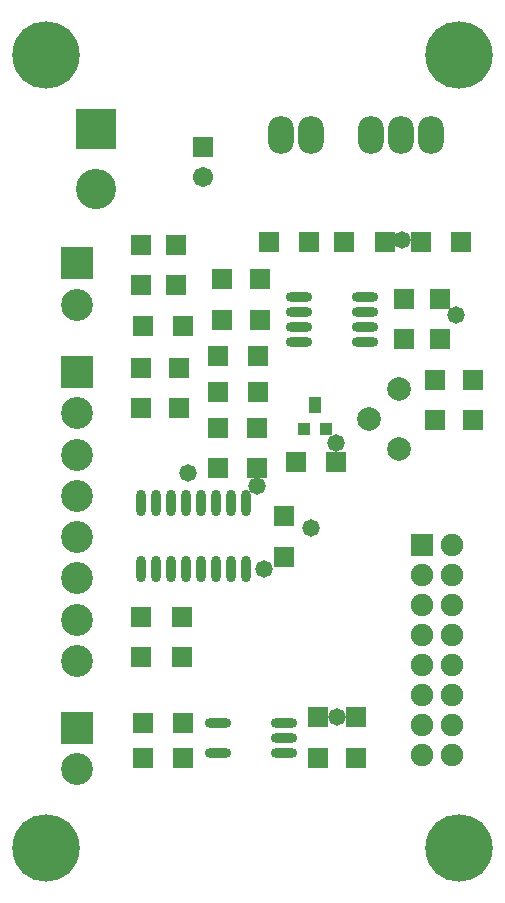
<source format=gbr>
%FSTAX23Y23*%
%MOIN*%
%SFA1B1*%

%IPPOS*%
%ADD33R,0.044000X0.058000*%
%ADD34R,0.044000X0.044000*%
%ADD35O,0.088000X0.032000*%
%ADD36O,0.032000X0.088000*%
%ADD37R,0.068000X0.068000*%
%ADD38R,0.068000X0.068000*%
%ADD39C,0.224535*%
%ADD40C,0.106425*%
%ADD41R,0.106425X0.106425*%
%ADD42O,0.086740X0.126110*%
%ADD43C,0.067055*%
%ADD44R,0.067055X0.067055*%
%ADD45C,0.133984*%
%ADD46R,0.133984X0.133984*%
%ADD47C,0.078866*%
%ADD48R,0.074929X0.074929*%
%ADD49C,0.074929*%
%ADD50C,0.058000*%
%LN+-10v_stepdir_colorlight_soldermask_top-1*%
%LPD*%
G54D33*
X01035Y01594D03*
G54D34*
X01072Y01514D03*
X00997D03*
G54D35*
X0093Y00534D03*
Y00484D03*
Y00434D03*
X0071D03*
Y00534D03*
X0098Y01954D03*
Y01904D03*
Y01854D03*
Y01804D03*
X012D03*
Y01854D03*
Y01904D03*
Y01954D03*
G54D36*
X00805Y01269D03*
X00755D03*
X00705D03*
X00655D03*
X00605D03*
X00555D03*
X00505D03*
X00455D03*
Y01049D03*
X00505D03*
X00555D03*
X00605D03*
X00655D03*
X00705D03*
X00755D03*
X00805D03*
G54D37*
X00595Y00419D03*
X0046D03*
X01132Y02139D03*
X01267D03*
X01522D03*
X01387D03*
X01015D03*
X0088D03*
X00595Y01859D03*
X0046D03*
X0071Y01639D03*
X00845D03*
X0071Y01759D03*
X00845D03*
X0046Y00534D03*
X00595D03*
X01105Y01404D03*
X0097D03*
G54D38*
X00455Y02129D03*
Y01994D03*
X0057Y02129D03*
Y01994D03*
X00725Y01879D03*
Y02014D03*
X0133Y01814D03*
Y01949D03*
X0145D03*
Y01814D03*
X0071Y01384D03*
Y01519D03*
X0058Y01584D03*
Y01719D03*
X0059Y00754D03*
Y00889D03*
X0085Y01879D03*
Y02014D03*
X0156Y01679D03*
Y01544D03*
X01435D03*
Y01679D03*
X0084Y01384D03*
Y01519D03*
X00455Y01584D03*
Y01719D03*
Y00754D03*
Y00889D03*
X0117Y00419D03*
Y00554D03*
X0093Y01224D03*
Y01089D03*
X01045Y00554D03*
Y00419D03*
G54D39*
X01515Y00118D03*
X00137D03*
X01515Y0276D03*
X00137D03*
G54D40*
X0024Y0074D03*
Y00878D03*
Y01016D03*
Y01153D03*
Y01291D03*
Y01429D03*
Y01567D03*
Y01929D03*
Y00381D03*
G54D41*
X0024Y01705D03*
Y02067D03*
Y00519D03*
G54D42*
X0132Y02494D03*
X0142D03*
X0122D03*
X0102D03*
X0092D03*
G54D43*
X0066Y02354D03*
G54D44*
X0066Y02454D03*
G54D45*
X00305Y02314D03*
G54D46*
X00305Y02514D03*
G54D47*
X01315Y01449D03*
X01215Y01549D03*
X01315Y01649D03*
G54D48*
X0139Y01129D03*
G54D49*
X0149Y01129D03*
X0139Y01029D03*
X0149D03*
X0139Y00929D03*
X0149D03*
X0139Y00829D03*
X0149D03*
X0139Y00729D03*
X0149D03*
X0139Y00629D03*
X0149D03*
X0139Y00529D03*
X0149D03*
X0139Y00429D03*
X0149D03*
G54D50*
X0102Y01184D03*
X01105Y01469D03*
X01107Y00554D03*
X00865Y01049D03*
X0061Y01369D03*
X01505Y01894D03*
X01323Y02143D03*
X0084Y01324D03*
M02*
</source>
